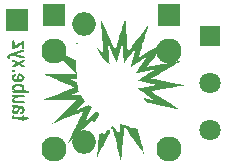
<source format=gbr>
%TF.GenerationSoftware,KiCad,Pcbnew,(6.0.2-0)*%
%TF.CreationDate,2022-07-29T18:49:05+02:00*%
%TF.ProjectId,crossfaderAttenuator,63726f73-7366-4616-9465-72417474656e,rev?*%
%TF.SameCoordinates,Original*%
%TF.FileFunction,Soldermask,Bot*%
%TF.FilePolarity,Negative*%
%FSLAX46Y46*%
G04 Gerber Fmt 4.6, Leading zero omitted, Abs format (unit mm)*
G04 Created by KiCad (PCBNEW (6.0.2-0)) date 2022-07-29 18:49:05*
%MOMM*%
%LPD*%
G01*
G04 APERTURE LIST*
%ADD10R,1.900000X1.900000*%
%ADD11R,1.930000X1.830000*%
%ADD12C,2.130000*%
%ADD13O,2.000000X2.000000*%
%ADD14R,1.800000X1.800000*%
%ADD15C,1.800000*%
G04 APERTURE END LIST*
%TO.C,G\u002A\u002A\u002A*%
G36*
X137289853Y-82115485D02*
G01*
X137189408Y-82116514D01*
X137100213Y-82115765D01*
X137026144Y-82111650D01*
X136970926Y-82101763D01*
X136921975Y-82083706D01*
X136866705Y-82055085D01*
X136779547Y-81997654D01*
X136711196Y-81923658D01*
X136669454Y-81832357D01*
X136655794Y-81759066D01*
X136662889Y-81653976D01*
X136697339Y-81557060D01*
X136754378Y-81476661D01*
X136829238Y-81421123D01*
X136917152Y-81398792D01*
X136936744Y-81398766D01*
X136989398Y-81410766D01*
X137005200Y-81442362D01*
X136984177Y-81494037D01*
X136926355Y-81566276D01*
X136886719Y-81615194D01*
X136845824Y-81698861D01*
X136844176Y-81773843D01*
X136881470Y-81837022D01*
X136957405Y-81885280D01*
X136957522Y-81885329D01*
X137020651Y-81909972D01*
X137063762Y-81918180D01*
X137090988Y-81904766D01*
X137106461Y-81864545D01*
X137114316Y-81792331D01*
X137116174Y-81745788D01*
X137284737Y-81745788D01*
X137284742Y-81754488D01*
X137286678Y-81842216D01*
X137295866Y-81893600D01*
X137317752Y-81914199D01*
X137357784Y-81909572D01*
X137421410Y-81885280D01*
X137468953Y-81859131D01*
X137519394Y-81803154D01*
X137533332Y-81738788D01*
X137509928Y-81674338D01*
X137448347Y-81618105D01*
X137441364Y-81613989D01*
X137382317Y-81587335D01*
X137332402Y-81576393D01*
X137315427Y-81577272D01*
X137298366Y-81585991D01*
X137289179Y-81611243D01*
X137285444Y-81661639D01*
X137284737Y-81745788D01*
X137116174Y-81745788D01*
X137118684Y-81682939D01*
X137124103Y-81566769D01*
X137134871Y-81480589D01*
X137154517Y-81424768D01*
X137186770Y-81393177D01*
X137235356Y-81379686D01*
X137304002Y-81378164D01*
X137307233Y-81378271D01*
X137438656Y-81398928D01*
X137547406Y-81446846D01*
X137631625Y-81516160D01*
X137689455Y-81601006D01*
X137719040Y-81695519D01*
X137718521Y-81793835D01*
X137686040Y-81890090D01*
X137619741Y-81978420D01*
X137517765Y-82052961D01*
X137465068Y-82080230D01*
X137414884Y-82099820D01*
X137360745Y-82110746D01*
X137317752Y-82113620D01*
X137289853Y-82115485D01*
G37*
G36*
X136785805Y-80193581D02*
G01*
X136838723Y-80213079D01*
X136914349Y-80249303D01*
X137019847Y-80304178D01*
X137210419Y-80404789D01*
X137415119Y-80298358D01*
X137472763Y-80268502D01*
X137544701Y-80232698D01*
X137592494Y-80213007D01*
X137624513Y-80207158D01*
X137649130Y-80212878D01*
X137674713Y-80227895D01*
X137690173Y-80238744D01*
X137722758Y-80274309D01*
X137724097Y-80311154D01*
X137692027Y-80352527D01*
X137624387Y-80401674D01*
X137519015Y-80461844D01*
X137387877Y-80531910D01*
X137547104Y-80623013D01*
X137616814Y-80664280D01*
X137680052Y-80708152D01*
X137713105Y-80744150D01*
X137720710Y-80777946D01*
X137707602Y-80815213D01*
X137704028Y-80821293D01*
X137662994Y-80851656D01*
X137597523Y-80851750D01*
X137506143Y-80821320D01*
X137387384Y-80760113D01*
X137221063Y-80664180D01*
X137012545Y-80770705D01*
X136979451Y-80787480D01*
X136878412Y-80835796D01*
X136804987Y-80864093D01*
X136752387Y-80873879D01*
X136713820Y-80866660D01*
X136682497Y-80843942D01*
X136674225Y-80835161D01*
X136654377Y-80800361D01*
X136660596Y-80765516D01*
X136696186Y-80726669D01*
X136764452Y-80679866D01*
X136868700Y-80621154D01*
X137035232Y-80532063D01*
X136853677Y-80438069D01*
X136754525Y-80382836D01*
X136687464Y-80334338D01*
X136656215Y-80292504D01*
X136658449Y-80254138D01*
X136691838Y-80216046D01*
X136719434Y-80197065D01*
X136748430Y-80188885D01*
X136785805Y-80193581D01*
G37*
G36*
X136787954Y-78589352D02*
G01*
X136828525Y-78595891D01*
X136855753Y-78618450D01*
X136872122Y-78663581D01*
X136880121Y-78737838D01*
X136882235Y-78847773D01*
X136882726Y-78905501D01*
X136885230Y-78982728D01*
X136889379Y-79035707D01*
X136894631Y-79055380D01*
X136911876Y-79046094D01*
X136959044Y-79016365D01*
X137030082Y-78969884D01*
X137119179Y-78910457D01*
X137220523Y-78841892D01*
X137297663Y-78789909D01*
X137422374Y-78710463D01*
X137519088Y-78658848D01*
X137591316Y-78636171D01*
X137642571Y-78643539D01*
X137676366Y-78682059D01*
X137696212Y-78752840D01*
X137705623Y-78856987D01*
X137708111Y-78995610D01*
X137707492Y-79077244D01*
X137702495Y-79176819D01*
X137690628Y-79243867D01*
X137669674Y-79284363D01*
X137637419Y-79304280D01*
X137591647Y-79309592D01*
X137583338Y-79309487D01*
X137552820Y-79304534D01*
X137532213Y-79286779D01*
X137518536Y-79248841D01*
X137508807Y-79183342D01*
X137500044Y-79082901D01*
X137485988Y-78900463D01*
X137168795Y-79115619D01*
X137047210Y-79196741D01*
X136944048Y-79261294D01*
X136865537Y-79303544D01*
X136806946Y-79325200D01*
X136763543Y-79327971D01*
X136730595Y-79313566D01*
X136703369Y-79283694D01*
X136692859Y-79264090D01*
X136682006Y-79223672D01*
X136675098Y-79161884D01*
X136671455Y-79071741D01*
X136670392Y-78946258D01*
X136670425Y-78921069D01*
X136672400Y-78795840D01*
X136678734Y-78706222D01*
X136691254Y-78646489D01*
X136711784Y-78610913D01*
X136742152Y-78593767D01*
X136784182Y-78589325D01*
X136787954Y-78589352D01*
G37*
G36*
X136839636Y-84874849D02*
G01*
X136869045Y-84915774D01*
X136869688Y-84976645D01*
X136865122Y-85017124D01*
X136884664Y-85052492D01*
X136888931Y-85054314D01*
X136929467Y-85060923D01*
X137001419Y-85066317D01*
X137096067Y-85069982D01*
X137204690Y-85071402D01*
X137495369Y-85071727D01*
X137513209Y-85002878D01*
X137526495Y-84963253D01*
X137552502Y-84939237D01*
X137603848Y-84934029D01*
X137645333Y-84936749D01*
X137677145Y-84955419D01*
X137696916Y-85002878D01*
X137699702Y-85012251D01*
X137713020Y-85046269D01*
X137734122Y-85063966D01*
X137774536Y-85070675D01*
X137845789Y-85071727D01*
X137900191Y-85073772D01*
X137993284Y-85092487D01*
X138049628Y-85130468D01*
X138068557Y-85187369D01*
X138061648Y-85215585D01*
X138019087Y-85252795D01*
X137939555Y-85275736D01*
X137825176Y-85283570D01*
X137795261Y-85283865D01*
X137741089Y-85289080D01*
X137710791Y-85304888D01*
X137691094Y-85336531D01*
X137689743Y-85339382D01*
X137650623Y-85380296D01*
X137598550Y-85390451D01*
X137547746Y-85370941D01*
X137512436Y-85322851D01*
X137503610Y-85310481D01*
X137482099Y-85300405D01*
X137442289Y-85293076D01*
X137378163Y-85287786D01*
X137283703Y-85283824D01*
X137152892Y-85280482D01*
X137061838Y-85278081D01*
X136934012Y-85271914D01*
X136839119Y-85261820D01*
X136771191Y-85246187D01*
X136724259Y-85223403D01*
X136692356Y-85191855D01*
X136669511Y-85149933D01*
X136659413Y-85112746D01*
X136657837Y-85035353D01*
X136673517Y-84957830D01*
X136703656Y-84900608D01*
X136737988Y-84872750D01*
X136792327Y-84858849D01*
X136839636Y-84874849D01*
G37*
G36*
X136931195Y-83013747D02*
G01*
X136846219Y-83010766D01*
X136784764Y-83006433D01*
X136742190Y-83000521D01*
X136713857Y-82992804D01*
X136695125Y-82983054D01*
X136680442Y-82971454D01*
X136655173Y-82928739D01*
X136671247Y-82885698D01*
X136728003Y-82845104D01*
X136796081Y-82811059D01*
X136743472Y-82761636D01*
X136739617Y-82757867D01*
X136697582Y-82700549D01*
X136667302Y-82633572D01*
X136667234Y-82633285D01*
X136865120Y-82633285D01*
X136882485Y-82692678D01*
X136897628Y-82719399D01*
X136958505Y-82768064D01*
X137052812Y-82798737D01*
X137176417Y-82809772D01*
X137300314Y-82800780D01*
X137402975Y-82771739D01*
X137474097Y-82724643D01*
X137510638Y-82661549D01*
X137509554Y-82584517D01*
X137498196Y-82557490D01*
X137448530Y-82508780D01*
X137372157Y-82473532D01*
X137278542Y-82452626D01*
X137177153Y-82446937D01*
X137077455Y-82457343D01*
X136988915Y-82484723D01*
X136920999Y-82529953D01*
X136912927Y-82538140D01*
X136873881Y-82587628D01*
X136865120Y-82633285D01*
X136667234Y-82633285D01*
X136656377Y-82587603D01*
X136658803Y-82535571D01*
X136683547Y-82473700D01*
X136737718Y-82396455D01*
X136832654Y-82322684D01*
X136954284Y-82272937D01*
X137017807Y-82260518D01*
X137132730Y-82251365D01*
X137258184Y-82252606D01*
X137376873Y-82263847D01*
X137471502Y-82284695D01*
X137571756Y-82332019D01*
X137652819Y-82403324D01*
X137701331Y-82488709D01*
X137715209Y-82581873D01*
X137692371Y-82676516D01*
X137630732Y-82766337D01*
X137573391Y-82826189D01*
X137795076Y-82826189D01*
X137884008Y-82827257D01*
X137970201Y-82832432D01*
X138027597Y-82842756D01*
X138063843Y-82859166D01*
X138069820Y-82863592D01*
X138104782Y-82909492D01*
X138105009Y-82957362D01*
X138069950Y-82994918D01*
X138050014Y-82999758D01*
X137987486Y-83005682D01*
X137887164Y-83010438D01*
X137751722Y-83013942D01*
X137583834Y-83016107D01*
X137386173Y-83016848D01*
X137373656Y-83016847D01*
X137190273Y-83016560D01*
X137176417Y-83016469D01*
X137044333Y-83015602D01*
X136931195Y-83013747D01*
G37*
G36*
X137267315Y-83207546D02*
G01*
X137399843Y-83208076D01*
X137498526Y-83209617D01*
X137569163Y-83212668D01*
X137617553Y-83217723D01*
X137649497Y-83225279D01*
X137670792Y-83235831D01*
X137687239Y-83249875D01*
X137721715Y-83291408D01*
X137724006Y-83324409D01*
X137692535Y-83360289D01*
X137674422Y-83370872D01*
X137632128Y-83382447D01*
X137564099Y-83391689D01*
X137464790Y-83399294D01*
X137328659Y-83405957D01*
X137276002Y-83408243D01*
X137147703Y-83415731D01*
X137053082Y-83425758D01*
X136985661Y-83440063D01*
X136938960Y-83460390D01*
X136906502Y-83488479D01*
X136881807Y-83526071D01*
X136868608Y-83570318D01*
X136882490Y-83631021D01*
X136931334Y-83677500D01*
X136932906Y-83678292D01*
X136975839Y-83688780D01*
X137053522Y-83698039D01*
X137158854Y-83705413D01*
X137284737Y-83710242D01*
X137409473Y-83713666D01*
X137515743Y-83717943D01*
X137591281Y-83723651D01*
X137642256Y-83731826D01*
X137674838Y-83743501D01*
X137695197Y-83759713D01*
X137709500Y-83781496D01*
X137712724Y-83787790D01*
X137720171Y-83827415D01*
X137694848Y-83867517D01*
X137691904Y-83870704D01*
X137676048Y-83884373D01*
X137654203Y-83894226D01*
X137620307Y-83900737D01*
X137568300Y-83904378D01*
X137492119Y-83905625D01*
X137385704Y-83904950D01*
X137242993Y-83902827D01*
X137136346Y-83900751D01*
X137000480Y-83896094D01*
X136897626Y-83888347D01*
X136822075Y-83875953D01*
X136768119Y-83857352D01*
X136730049Y-83830984D01*
X136702157Y-83795292D01*
X136678734Y-83748715D01*
X136661816Y-83677221D01*
X136671907Y-83584302D01*
X136711497Y-83498937D01*
X136776023Y-83435799D01*
X136800050Y-83417687D01*
X136793533Y-83404584D01*
X136750947Y-83388347D01*
X136697804Y-83361707D01*
X136661831Y-83327989D01*
X136654706Y-83314215D01*
X136655424Y-83283402D01*
X136688627Y-83248548D01*
X136694367Y-83244012D01*
X136714891Y-83231444D01*
X136742442Y-83222128D01*
X136782910Y-83215583D01*
X136842186Y-83211329D01*
X136926158Y-83208885D01*
X137040718Y-83207771D01*
X137191754Y-83207507D01*
X137267315Y-83207546D01*
G37*
G36*
X136881137Y-81066212D02*
G01*
X136927509Y-81100525D01*
X136945788Y-81148947D01*
X136945654Y-81153831D01*
X136924772Y-81205818D01*
X136876751Y-81241267D01*
X136813763Y-81256956D01*
X136747981Y-81249667D01*
X136691576Y-81216180D01*
X136688806Y-81213399D01*
X136656389Y-81173989D01*
X136654666Y-81140423D01*
X136682185Y-81093788D01*
X136700465Y-81074494D01*
X136754915Y-81050539D01*
X136819373Y-81048664D01*
X136881137Y-81066212D01*
G37*
G36*
X136832068Y-84807827D02*
G01*
X136766493Y-84768800D01*
X136707117Y-84715603D01*
X136669732Y-84660360D01*
X136659863Y-84629421D01*
X136651015Y-84573895D01*
X136651003Y-84573000D01*
X136662111Y-84516132D01*
X136677109Y-84478206D01*
X136842578Y-84478206D01*
X136848393Y-84543858D01*
X136886949Y-84593878D01*
X136924866Y-84616025D01*
X136987027Y-84627641D01*
X137041639Y-84600853D01*
X137090655Y-84534349D01*
X137136028Y-84426821D01*
X137178324Y-84303885D01*
X137058467Y-84313825D01*
X137054763Y-84314137D01*
X136978737Y-84324899D01*
X136928761Y-84345172D01*
X136889238Y-84381162D01*
X136869386Y-84408033D01*
X136842578Y-84478206D01*
X136677109Y-84478206D01*
X136690386Y-84444634D01*
X136727215Y-84376977D01*
X136763984Y-84331633D01*
X136776438Y-84320426D01*
X136784934Y-84301098D01*
X136768770Y-84276514D01*
X136723546Y-84236304D01*
X136701234Y-84215899D01*
X136663616Y-84162943D01*
X136663754Y-84119614D01*
X136702180Y-84089583D01*
X136729019Y-84087088D01*
X136791776Y-84086458D01*
X136882726Y-84087787D01*
X136994608Y-84090968D01*
X137120161Y-84095890D01*
X137266416Y-84103545D01*
X137406565Y-84115420D01*
X137513418Y-84132416D01*
X137591914Y-84156818D01*
X137646990Y-84190914D01*
X137683582Y-84236992D01*
X137706629Y-84297338D01*
X137721067Y-84374239D01*
X137724319Y-84471507D01*
X137700875Y-84584680D01*
X137650485Y-84679879D01*
X137577305Y-84749822D01*
X137485485Y-84787230D01*
X137436609Y-84793585D01*
X137397507Y-84784729D01*
X137363854Y-84752282D01*
X137354227Y-84740310D01*
X137336057Y-84710645D01*
X137344692Y-84687698D01*
X137383433Y-84655080D01*
X137439675Y-84609502D01*
X137491284Y-84565238D01*
X137495023Y-84561766D01*
X137532305Y-84501477D01*
X137536395Y-84434562D01*
X137511687Y-84372524D01*
X137462574Y-84326867D01*
X137393450Y-84309091D01*
X137390503Y-84309100D01*
X137357752Y-84312925D01*
X137335661Y-84330067D01*
X137317396Y-84369824D01*
X137296122Y-84441493D01*
X137289738Y-84464287D01*
X137246061Y-84599269D01*
X137199561Y-84697556D01*
X137144898Y-84763997D01*
X137076736Y-84803438D01*
X136989737Y-84820726D01*
X136987027Y-84820726D01*
X136878564Y-84820709D01*
X136832068Y-84807827D01*
G37*
G36*
X137612685Y-79394717D02*
G01*
X137666979Y-79410425D01*
X137711285Y-79441463D01*
X137729608Y-79477296D01*
X137728733Y-79484569D01*
X137709993Y-79511060D01*
X137664091Y-79539016D01*
X137587395Y-79569969D01*
X137476277Y-79605449D01*
X137327106Y-79646986D01*
X137255957Y-79665938D01*
X137151050Y-79693961D01*
X137064785Y-79717103D01*
X137004599Y-79733368D01*
X136977928Y-79740757D01*
X136977307Y-79742985D01*
X137001695Y-79754287D01*
X137055764Y-79771929D01*
X137131514Y-79793179D01*
X137131535Y-79793185D01*
X137242712Y-79822517D01*
X137366526Y-79855179D01*
X137476174Y-79884099D01*
X137551827Y-79905470D01*
X137643473Y-79938696D01*
X137698275Y-79971808D01*
X137719555Y-80007113D01*
X137710632Y-80046916D01*
X137698731Y-80066120D01*
X137675521Y-80088165D01*
X137642247Y-80100072D01*
X137593875Y-80101326D01*
X137525376Y-80091413D01*
X137431718Y-80069821D01*
X137307869Y-80036034D01*
X137148799Y-79989540D01*
X137105889Y-79976845D01*
X136977905Y-79939721D01*
X136863864Y-79907712D01*
X136770415Y-79882619D01*
X136704207Y-79866243D01*
X136671889Y-79860384D01*
X136665547Y-79860704D01*
X136614638Y-79872519D01*
X136554597Y-79896084D01*
X136509251Y-79921730D01*
X136485162Y-79954734D01*
X136479733Y-80008361D01*
X136479608Y-80016072D01*
X136471406Y-80073241D01*
X136454312Y-80110359D01*
X136404940Y-80134047D01*
X136347808Y-80126152D01*
X136300867Y-80088698D01*
X136281304Y-80048574D01*
X136268358Y-79966569D01*
X136278402Y-79881097D01*
X136310740Y-79811622D01*
X136335682Y-79787687D01*
X136396505Y-79747776D01*
X136468542Y-79714137D01*
X136536074Y-79690737D01*
X136631658Y-79660258D01*
X136747841Y-79624862D01*
X136877829Y-79586461D01*
X137014828Y-79546971D01*
X137152047Y-79508305D01*
X137282690Y-79472378D01*
X137399965Y-79441102D01*
X137497078Y-79416393D01*
X137567237Y-79400164D01*
X137603647Y-79394329D01*
X137612685Y-79394717D01*
G37*
G36*
X145879908Y-85630150D02*
G01*
X145926014Y-85643706D01*
X145995504Y-85668753D01*
X146093691Y-85706718D01*
X146225888Y-85759027D01*
X146611575Y-85912199D01*
X146749861Y-86122655D01*
X146751964Y-86125853D01*
X146804923Y-86204693D01*
X146848210Y-86266013D01*
X146877414Y-86303771D01*
X146888123Y-86311927D01*
X146887924Y-86309118D01*
X146881041Y-86273191D01*
X146866320Y-86210223D01*
X146846455Y-86131860D01*
X146841787Y-86114017D01*
X146822926Y-86041236D01*
X146809601Y-85988681D01*
X146804450Y-85966722D01*
X146805516Y-85964996D01*
X146831966Y-85965640D01*
X146886952Y-85976578D01*
X146961181Y-85995131D01*
X147045360Y-86018620D01*
X147130197Y-86044365D01*
X147206397Y-86069687D01*
X147264667Y-86091908D01*
X147295714Y-86108348D01*
X147297199Y-86111094D01*
X147308618Y-86145183D01*
X147329084Y-86214064D01*
X147357327Y-86313009D01*
X147392079Y-86437290D01*
X147432073Y-86582181D01*
X147476038Y-86742953D01*
X147522707Y-86914879D01*
X147570810Y-87093232D01*
X147619081Y-87273285D01*
X147666249Y-87450310D01*
X147711047Y-87619579D01*
X147752205Y-87776365D01*
X147788456Y-87915940D01*
X147818531Y-88033578D01*
X147841161Y-88124550D01*
X147855078Y-88184130D01*
X147859013Y-88207590D01*
X147854611Y-88203744D01*
X147828943Y-88171302D01*
X147782134Y-88108463D01*
X147716174Y-88018003D01*
X147633055Y-87902701D01*
X147534768Y-87765334D01*
X147423304Y-87608679D01*
X147300654Y-87435515D01*
X147168810Y-87248618D01*
X147029761Y-87050766D01*
X146952343Y-86940495D01*
X146816614Y-86747596D01*
X146689015Y-86566800D01*
X146571565Y-86400933D01*
X146466282Y-86252825D01*
X146375183Y-86125304D01*
X146300284Y-86021197D01*
X146243604Y-85943333D01*
X146207160Y-85894541D01*
X146192970Y-85877648D01*
X146191792Y-85880518D01*
X146186000Y-85915771D01*
X146176693Y-85988402D01*
X146164246Y-86094909D01*
X146149040Y-86231793D01*
X146131451Y-86395552D01*
X146111858Y-86582687D01*
X146090639Y-86789695D01*
X146068172Y-87013078D01*
X146044835Y-87249333D01*
X146037476Y-87324450D01*
X146014279Y-87560470D01*
X145992151Y-87784542D01*
X145971471Y-87992887D01*
X145952617Y-88181730D01*
X145935970Y-88347291D01*
X145921908Y-88485793D01*
X145910811Y-88593458D01*
X145903059Y-88666509D01*
X145899031Y-88701169D01*
X145896587Y-88717241D01*
X145888076Y-88760794D01*
X145881836Y-88775314D01*
X145875571Y-88754938D01*
X145859410Y-88695304D01*
X145833906Y-88598393D01*
X145799558Y-88466149D01*
X145756863Y-88300516D01*
X145706322Y-88103438D01*
X145648431Y-87876859D01*
X145583691Y-87622725D01*
X145512599Y-87342979D01*
X145435653Y-87039566D01*
X145353354Y-86714429D01*
X145316934Y-86570696D01*
X145276479Y-86411713D01*
X145240031Y-86269207D01*
X145208860Y-86148100D01*
X145184232Y-86053312D01*
X145167415Y-85989767D01*
X145159676Y-85962386D01*
X145152690Y-85954828D01*
X145130668Y-85972982D01*
X145096354Y-86031650D01*
X145078317Y-86065835D01*
X145051727Y-86106480D01*
X145029288Y-86118932D01*
X145002595Y-86110235D01*
X144992184Y-86104327D01*
X144978095Y-86089887D01*
X144980556Y-86067420D01*
X145002155Y-86028036D01*
X145045477Y-85962843D01*
X145047833Y-85959381D01*
X145092494Y-85896188D01*
X145129486Y-85848042D01*
X145151008Y-85825121D01*
X145155844Y-85822690D01*
X145196496Y-85828012D01*
X145249998Y-85867411D01*
X145313325Y-85936528D01*
X145383454Y-86031003D01*
X145457360Y-86146478D01*
X145532019Y-86278594D01*
X145604406Y-86422991D01*
X145671497Y-86575311D01*
X145718652Y-86690404D01*
X145731224Y-86607087D01*
X145731318Y-86606463D01*
X145737068Y-86558492D01*
X145745390Y-86476699D01*
X145755508Y-86369314D01*
X145766647Y-86244563D01*
X145778030Y-86110676D01*
X145778863Y-86100664D01*
X145790217Y-85970640D01*
X145801405Y-85853359D01*
X145811654Y-85756195D01*
X145820187Y-85686523D01*
X145826232Y-85651719D01*
X145828753Y-85644163D01*
X145836591Y-85631805D01*
X145851871Y-85626659D01*
X145879908Y-85630150D01*
G37*
G36*
X140150427Y-79412259D02*
G01*
X140209617Y-79436209D01*
X140297988Y-79473552D01*
X140411006Y-79522262D01*
X140544140Y-79580311D01*
X140692858Y-79645673D01*
X140852628Y-79716320D01*
X141018917Y-79790225D01*
X141187193Y-79865361D01*
X141352924Y-79939700D01*
X141511577Y-80011216D01*
X141658622Y-80077881D01*
X141789525Y-80137668D01*
X141899754Y-80188549D01*
X141984777Y-80228498D01*
X142040062Y-80255488D01*
X142061078Y-80267491D01*
X142074171Y-80302735D01*
X142085704Y-80363439D01*
X142093130Y-80434184D01*
X142095576Y-80502038D01*
X142092167Y-80554072D01*
X142082029Y-80577356D01*
X142068140Y-80589241D01*
X142083224Y-80617249D01*
X142085440Y-80620547D01*
X142096748Y-80661643D01*
X142105992Y-80741657D01*
X142113271Y-80861725D01*
X142118684Y-81022987D01*
X142127951Y-81397164D01*
X141410181Y-80694252D01*
X141174289Y-80462971D01*
X140952899Y-80245260D01*
X140760257Y-80055038D01*
X140595428Y-79891356D01*
X140457473Y-79753265D01*
X140345455Y-79639815D01*
X140258438Y-79550056D01*
X140195482Y-79483038D01*
X140155652Y-79437811D01*
X140138010Y-79413426D01*
X140141618Y-79408933D01*
X140150427Y-79412259D01*
G37*
G36*
X139622602Y-81419814D02*
G01*
X139638078Y-81420327D01*
X139754315Y-81423882D01*
X139899945Y-81427944D01*
X140069451Y-81432388D01*
X140257311Y-81437091D01*
X140458009Y-81441931D01*
X140666023Y-81446783D01*
X140875836Y-81451526D01*
X141081928Y-81456036D01*
X141278780Y-81460190D01*
X141460873Y-81463865D01*
X141622688Y-81466938D01*
X141758706Y-81469285D01*
X141863407Y-81470783D01*
X141931273Y-81471310D01*
X142122352Y-81471310D01*
X142122352Y-81871723D01*
X141862844Y-81860835D01*
X141818604Y-81858980D01*
X141726958Y-81855849D01*
X141669067Y-81856904D01*
X141645733Y-81864371D01*
X141657757Y-81880478D01*
X141705942Y-81907450D01*
X141791088Y-81947514D01*
X141913999Y-82002896D01*
X141920101Y-82005638D01*
X142012459Y-82047742D01*
X142089993Y-82084157D01*
X142144729Y-82111069D01*
X142168689Y-82124664D01*
X142175169Y-82143537D01*
X142185360Y-82197321D01*
X142196824Y-82276419D01*
X142208095Y-82371643D01*
X142215587Y-82434914D01*
X142233112Y-82555920D01*
X142253311Y-82671128D01*
X142273149Y-82762321D01*
X142277144Y-82778382D01*
X142292829Y-82852690D01*
X142300063Y-82908274D01*
X142297295Y-82934113D01*
X142283408Y-82941617D01*
X142235144Y-82963529D01*
X142159390Y-82996153D01*
X142063012Y-83036543D01*
X141952877Y-83081758D01*
X141872796Y-83114603D01*
X141771126Y-83157205D01*
X141687848Y-83193163D01*
X141629944Y-83219448D01*
X141604395Y-83233027D01*
X141606432Y-83235605D01*
X141639369Y-83240472D01*
X141706187Y-83244649D01*
X141801199Y-83247912D01*
X141918715Y-83250035D01*
X142053047Y-83250793D01*
X142521823Y-83250793D01*
X142622227Y-83383195D01*
X142623445Y-83384800D01*
X142682503Y-83462061D01*
X142741152Y-83537822D01*
X142786864Y-83595902D01*
X142851098Y-83676206D01*
X141984654Y-84544828D01*
X142143536Y-84477687D01*
X142157971Y-84471574D01*
X142234615Y-84438908D01*
X142339353Y-84394053D01*
X142463642Y-84340678D01*
X142598938Y-84282450D01*
X142736697Y-84223037D01*
X143170976Y-84035527D01*
X143285624Y-84149949D01*
X143400273Y-84264370D01*
X143100966Y-84917423D01*
X142801660Y-85570476D01*
X143768102Y-84591482D01*
X143831515Y-84625516D01*
X143925978Y-84685044D01*
X143987026Y-84745440D01*
X144007756Y-84802220D01*
X144004773Y-84820127D01*
X143985387Y-84876907D01*
X143951573Y-84957354D01*
X143907555Y-85052940D01*
X143857555Y-85155139D01*
X143805797Y-85255423D01*
X143756504Y-85345267D01*
X143713899Y-85416143D01*
X143682205Y-85459525D01*
X143633500Y-85499115D01*
X143560955Y-85517515D01*
X143493448Y-85517515D01*
X143505126Y-85388726D01*
X143516805Y-85259936D01*
X143375352Y-85394022D01*
X143347920Y-85420037D01*
X143314826Y-85451457D01*
X143276297Y-85488076D01*
X143230230Y-85531897D01*
X143174523Y-85584923D01*
X143107074Y-85649158D01*
X143025780Y-85726605D01*
X142928538Y-85819267D01*
X142813247Y-85929147D01*
X142677803Y-86058249D01*
X142520106Y-86208574D01*
X142338051Y-86382128D01*
X142129537Y-86580913D01*
X141892461Y-86806931D01*
X141819583Y-86876228D01*
X141705177Y-86984226D01*
X141602933Y-87079781D01*
X141516527Y-87159509D01*
X141449637Y-87220028D01*
X141405941Y-87257954D01*
X141389116Y-87269906D01*
X141392870Y-87259153D01*
X141413244Y-87213729D01*
X141449901Y-87135621D01*
X141501356Y-87027892D01*
X141566128Y-86893601D01*
X141642733Y-86735808D01*
X141729690Y-86557575D01*
X141825515Y-86361961D01*
X141928726Y-86152027D01*
X142037840Y-85930835D01*
X142117234Y-85770024D01*
X142222312Y-85556771D01*
X142320486Y-85357055D01*
X142410267Y-85173927D01*
X142490165Y-85010442D01*
X142558692Y-84869653D01*
X142614361Y-84754614D01*
X142655681Y-84668377D01*
X142681165Y-84613995D01*
X142689324Y-84594523D01*
X142687703Y-84594791D01*
X142657794Y-84605403D01*
X142592787Y-84630221D01*
X142496000Y-84667930D01*
X142370752Y-84717218D01*
X142220359Y-84776773D01*
X142048141Y-84845280D01*
X141857415Y-84921428D01*
X141651499Y-85003903D01*
X141433710Y-85091392D01*
X141391853Y-85108229D01*
X141172419Y-85196459D01*
X140963144Y-85280536D01*
X140767670Y-85359003D01*
X140589640Y-85430399D01*
X140432698Y-85493265D01*
X140300485Y-85546142D01*
X140196646Y-85587571D01*
X140124822Y-85616091D01*
X140088657Y-85630243D01*
X139993328Y-85666337D01*
X140090148Y-85576038D01*
X140093906Y-85572534D01*
X140131757Y-85537296D01*
X140197144Y-85476462D01*
X140287119Y-85392773D01*
X140398734Y-85288971D01*
X140529042Y-85167797D01*
X140675092Y-85031994D01*
X140833939Y-84884302D01*
X141002632Y-84727464D01*
X141178224Y-84564221D01*
X142169480Y-83642703D01*
X140837784Y-83627719D01*
X140806399Y-83627364D01*
X140570582Y-83624612D01*
X140345404Y-83621833D01*
X140134830Y-83619085D01*
X139942825Y-83616427D01*
X139773357Y-83613918D01*
X139630391Y-83611616D01*
X139517894Y-83609579D01*
X139439830Y-83607866D01*
X139400167Y-83606534D01*
X139391529Y-83605914D01*
X139375688Y-83603344D01*
X139369193Y-83598412D01*
X139374563Y-83590051D01*
X139394316Y-83577193D01*
X139430968Y-83558770D01*
X139487037Y-83533714D01*
X139565042Y-83500958D01*
X139667498Y-83459432D01*
X139796925Y-83408071D01*
X139955839Y-83345806D01*
X140146758Y-83271568D01*
X140372200Y-83184291D01*
X140634681Y-83082906D01*
X140766068Y-83032079D01*
X140985111Y-82946835D01*
X141189908Y-82866505D01*
X141377294Y-82792363D01*
X141544101Y-82725689D01*
X141687164Y-82667757D01*
X141803315Y-82619846D01*
X141889390Y-82583232D01*
X141942221Y-82559191D01*
X141958643Y-82549002D01*
X141954807Y-82546753D01*
X141919074Y-82530030D01*
X141848828Y-82498802D01*
X141747358Y-82454487D01*
X141617953Y-82398500D01*
X141463905Y-82332256D01*
X141288502Y-82257173D01*
X141095034Y-82174666D01*
X140886791Y-82086152D01*
X140667064Y-81993046D01*
X140586648Y-81959012D01*
X140369752Y-81867097D01*
X140164983Y-81780153D01*
X139975705Y-81699619D01*
X139805282Y-81626931D01*
X139657076Y-81563529D01*
X139534451Y-81510850D01*
X139440770Y-81470331D01*
X139379397Y-81443412D01*
X139353695Y-81431530D01*
X139348610Y-81426951D01*
X139362223Y-81419978D01*
X139410810Y-81416534D01*
X139496795Y-81416515D01*
X139622602Y-81419814D01*
G37*
G36*
X147583373Y-79386908D02*
G01*
X147531279Y-79561359D01*
X147486605Y-79712068D01*
X147450348Y-79835681D01*
X147423503Y-79928843D01*
X147407068Y-79988201D01*
X147402039Y-80010399D01*
X147407847Y-80008512D01*
X147444776Y-79988828D01*
X147513207Y-79949643D01*
X147610183Y-79892727D01*
X147732749Y-79819848D01*
X147877946Y-79732776D01*
X148042820Y-79633279D01*
X148224414Y-79523128D01*
X148419773Y-79404091D01*
X148625938Y-79277938D01*
X148738578Y-79208917D01*
X148939372Y-79086107D01*
X149127773Y-78971167D01*
X149300821Y-78865888D01*
X149455552Y-78772061D01*
X149589004Y-78691477D01*
X149698216Y-78625927D01*
X149780226Y-78577201D01*
X149832071Y-78547091D01*
X149850789Y-78537387D01*
X149847445Y-78543091D01*
X149822249Y-78577792D01*
X149774198Y-78641585D01*
X149705398Y-78731737D01*
X149617957Y-78845516D01*
X149513982Y-78980190D01*
X149395580Y-79133026D01*
X149264859Y-79301291D01*
X149123925Y-79482254D01*
X148974886Y-79673181D01*
X148890206Y-79781695D01*
X148745984Y-79967254D01*
X148611405Y-80141345D01*
X148488539Y-80301237D01*
X148379455Y-80444202D01*
X148286222Y-80567512D01*
X148210909Y-80668438D01*
X148155585Y-80744250D01*
X148122319Y-80792221D01*
X148113180Y-80809620D01*
X148118070Y-80809503D01*
X148157931Y-80804164D01*
X148234545Y-80792127D01*
X148344401Y-80773995D01*
X148483986Y-80750369D01*
X148649788Y-80721853D01*
X148838295Y-80689047D01*
X149045996Y-80652556D01*
X149269377Y-80612980D01*
X149504928Y-80570923D01*
X149602109Y-80553530D01*
X149833045Y-80512400D01*
X150050333Y-80473979D01*
X150250470Y-80438871D01*
X150429948Y-80407679D01*
X150585262Y-80381008D01*
X150712907Y-80359460D01*
X150809376Y-80343639D01*
X150871164Y-80334150D01*
X150894765Y-80331596D01*
X150891083Y-80335458D01*
X150857698Y-80358229D01*
X150792376Y-80399821D01*
X150698029Y-80458458D01*
X150577570Y-80532365D01*
X150433910Y-80619767D01*
X150269963Y-80718888D01*
X150088641Y-80827952D01*
X149892857Y-80945184D01*
X149685522Y-81068808D01*
X149572140Y-81136317D01*
X149369836Y-81257002D01*
X149180200Y-81370421D01*
X149006204Y-81474781D01*
X148850820Y-81568289D01*
X148717018Y-81649150D01*
X148607772Y-81715571D01*
X148526051Y-81765758D01*
X148474828Y-81797919D01*
X148457074Y-81810259D01*
X148462375Y-81812231D01*
X148502439Y-81821875D01*
X148578955Y-81838583D01*
X148688522Y-81861662D01*
X148827740Y-81890414D01*
X148993207Y-81924146D01*
X149181522Y-81962161D01*
X149389286Y-82003764D01*
X149613098Y-82048261D01*
X149849555Y-82094956D01*
X149968809Y-82118461D01*
X150200099Y-82164249D01*
X150417412Y-82207528D01*
X150617297Y-82247598D01*
X150796304Y-82283756D01*
X150950983Y-82315300D01*
X151077882Y-82341529D01*
X151173550Y-82361741D01*
X151234537Y-82375234D01*
X151257393Y-82381306D01*
X151253686Y-82383171D01*
X151216624Y-82391759D01*
X151142794Y-82406284D01*
X151035575Y-82426150D01*
X150898348Y-82450762D01*
X150734493Y-82479523D01*
X150547392Y-82511837D01*
X150340424Y-82547108D01*
X150116971Y-82584740D01*
X149880412Y-82624136D01*
X149768968Y-82642622D01*
X149536266Y-82681402D01*
X149317282Y-82718138D01*
X149115527Y-82752225D01*
X148934512Y-82783063D01*
X148777749Y-82810047D01*
X148648749Y-82832575D01*
X148551023Y-82850044D01*
X148488082Y-82861851D01*
X148463439Y-82867394D01*
X148468331Y-82875507D01*
X148503290Y-82904167D01*
X148567322Y-82950653D01*
X148656490Y-83012257D01*
X148766853Y-83086272D01*
X148894475Y-83169988D01*
X149035416Y-83260697D01*
X149050244Y-83270155D01*
X149230557Y-83385175D01*
X149434210Y-83515106D01*
X149649866Y-83652711D01*
X149866184Y-83790756D01*
X150071826Y-83922004D01*
X150255454Y-84039221D01*
X150383246Y-84121069D01*
X150516366Y-84206951D01*
X150633156Y-84282964D01*
X150729725Y-84346544D01*
X150802184Y-84395130D01*
X150846642Y-84426155D01*
X150859208Y-84437058D01*
X150851245Y-84435701D01*
X150807003Y-84426932D01*
X150727829Y-84410777D01*
X150617901Y-84388110D01*
X150481397Y-84359809D01*
X150322495Y-84326751D01*
X150145373Y-84289811D01*
X149954209Y-84249867D01*
X149753180Y-84207794D01*
X149546466Y-84164470D01*
X149338243Y-84120770D01*
X149132691Y-84077571D01*
X148933986Y-84035751D01*
X148746306Y-83996184D01*
X148573831Y-83959749D01*
X148420737Y-83927320D01*
X148291203Y-83899775D01*
X148189406Y-83877991D01*
X148119525Y-83862843D01*
X148085738Y-83855209D01*
X148084129Y-83854731D01*
X148051734Y-83829914D01*
X148008735Y-83778841D01*
X147963946Y-83711885D01*
X147919444Y-83638203D01*
X147874600Y-83565183D01*
X147841373Y-83512381D01*
X147798223Y-83445612D01*
X147889020Y-83465894D01*
X147924418Y-83473850D01*
X148000591Y-83491066D01*
X148102378Y-83514131D01*
X148220878Y-83541026D01*
X148347189Y-83569735D01*
X148452927Y-83593669D01*
X148559362Y-83617494D01*
X148645039Y-83636378D01*
X148703112Y-83648815D01*
X148726733Y-83653295D01*
X148724430Y-83650892D01*
X148695577Y-83629387D01*
X148636922Y-83587617D01*
X148552044Y-83528076D01*
X148444518Y-83453256D01*
X148317922Y-83365650D01*
X148175833Y-83267752D01*
X148021827Y-83162053D01*
X147883602Y-83067236D01*
X147730505Y-82961702D01*
X147607590Y-82876089D01*
X147512048Y-82808253D01*
X147441069Y-82756054D01*
X147391845Y-82717350D01*
X147361564Y-82689997D01*
X147347419Y-82671854D01*
X147346599Y-82660779D01*
X147356295Y-82654630D01*
X147368384Y-82651586D01*
X147420713Y-82640667D01*
X147506511Y-82624005D01*
X147620316Y-82602620D01*
X147756665Y-82577533D01*
X147910096Y-82549764D01*
X148075146Y-82520334D01*
X148150443Y-82506987D01*
X148316416Y-82477431D01*
X148471444Y-82449647D01*
X148609369Y-82424748D01*
X148724035Y-82403848D01*
X148809286Y-82388061D01*
X148858966Y-82378502D01*
X148975479Y-82354785D01*
X148151553Y-82178348D01*
X148092698Y-82165730D01*
X147915904Y-82127647D01*
X147753844Y-82092471D01*
X147610971Y-82061188D01*
X147491734Y-82034779D01*
X147400586Y-82014230D01*
X147341978Y-82000524D01*
X147320361Y-81994645D01*
X147323446Y-81991447D01*
X147354510Y-81969019D01*
X147415892Y-81927341D01*
X147503917Y-81868831D01*
X147614911Y-81795909D01*
X147745199Y-81710996D01*
X147891106Y-81616511D01*
X148048958Y-81514873D01*
X148130489Y-81462384D01*
X148279719Y-81365552D01*
X148413477Y-81277762D01*
X148528383Y-81201297D01*
X148621055Y-81138435D01*
X148688113Y-81091457D01*
X148726175Y-81062645D01*
X148731860Y-81054278D01*
X148719511Y-81057002D01*
X148651848Y-81071108D01*
X148555167Y-81090452D01*
X148434899Y-81114013D01*
X148296476Y-81140770D01*
X148145331Y-81169702D01*
X147986896Y-81199786D01*
X147826603Y-81230003D01*
X147669883Y-81259329D01*
X147522170Y-81286746D01*
X147388895Y-81311230D01*
X147275491Y-81331761D01*
X147187389Y-81347317D01*
X147130022Y-81356877D01*
X147108822Y-81359420D01*
X147110745Y-81354897D01*
X147132025Y-81321870D01*
X147174584Y-81259970D01*
X147235862Y-81172801D01*
X147313299Y-81063971D01*
X147404335Y-80937084D01*
X147506412Y-80795746D01*
X147616969Y-80643564D01*
X147669852Y-80570906D01*
X147776864Y-80423435D01*
X147874302Y-80288567D01*
X147959591Y-80169901D01*
X148030159Y-80071037D01*
X148083432Y-79995572D01*
X148116836Y-79947105D01*
X148127799Y-79929235D01*
X148125322Y-79930134D01*
X148095823Y-79947554D01*
X148036080Y-79985095D01*
X147949867Y-80040319D01*
X147840954Y-80110788D01*
X147713116Y-80194066D01*
X147570124Y-80287713D01*
X147415751Y-80389294D01*
X147360505Y-80425659D01*
X147209747Y-80524152D01*
X147071611Y-80613330D01*
X146949867Y-80690830D01*
X146848287Y-80754286D01*
X146770642Y-80801332D01*
X146720705Y-80829604D01*
X146702247Y-80836736D01*
X146702588Y-80831856D01*
X146711121Y-80792990D01*
X146729681Y-80719557D01*
X146757082Y-80615958D01*
X146792136Y-80486591D01*
X146833655Y-80335858D01*
X146880452Y-80168159D01*
X146931339Y-79987892D01*
X146952531Y-79913064D01*
X147001712Y-79738019D01*
X147046214Y-79577696D01*
X147084869Y-79436428D01*
X147116508Y-79318548D01*
X147139962Y-79228392D01*
X147154064Y-79170291D01*
X147157644Y-79148581D01*
X147157097Y-79148799D01*
X147140262Y-79169087D01*
X147102533Y-79218843D01*
X147047054Y-79293704D01*
X146976968Y-79389310D01*
X146895419Y-79501298D01*
X146805552Y-79625305D01*
X146710510Y-79756971D01*
X146613438Y-79891932D01*
X146517478Y-80025827D01*
X146425775Y-80154295D01*
X146341474Y-80272972D01*
X146267717Y-80377496D01*
X146207648Y-80463507D01*
X146164413Y-80526641D01*
X146158199Y-80534155D01*
X146140648Y-80538586D01*
X146139099Y-80530545D01*
X146134502Y-80485729D01*
X146127775Y-80405549D01*
X146119243Y-80294407D01*
X146109232Y-80156707D01*
X146098065Y-79996850D01*
X146086067Y-79819238D01*
X146073561Y-79628274D01*
X146066333Y-79516546D01*
X146054360Y-79333188D01*
X146043303Y-79165935D01*
X146033459Y-79019151D01*
X146025124Y-78897198D01*
X146018593Y-78804438D01*
X146014164Y-78745236D01*
X146012133Y-78723954D01*
X146010414Y-78728531D01*
X145999300Y-78766263D01*
X145978920Y-78838582D01*
X145950438Y-78941269D01*
X145915015Y-79070106D01*
X145873814Y-79220874D01*
X145827995Y-79389354D01*
X145778722Y-79571327D01*
X145755184Y-79658299D01*
X145706679Y-79836618D01*
X145661740Y-80000630D01*
X145621602Y-80145900D01*
X145587502Y-80267993D01*
X145560674Y-80362472D01*
X145542354Y-80424901D01*
X145533777Y-80450844D01*
X145532560Y-80451432D01*
X145517448Y-80431010D01*
X145487528Y-80374843D01*
X145444078Y-80285659D01*
X145388375Y-80166189D01*
X145321696Y-80019159D01*
X145245319Y-79847301D01*
X145160521Y-79653341D01*
X145116242Y-79551438D01*
X145043065Y-79383566D01*
X144976172Y-79230782D01*
X144917319Y-79097052D01*
X144868260Y-78986345D01*
X144830747Y-78902627D01*
X144806536Y-78849865D01*
X144797381Y-78832028D01*
X144797245Y-78832755D01*
X144798288Y-78860583D01*
X144802306Y-78925274D01*
X144808969Y-79022213D01*
X144817945Y-79146783D01*
X144828902Y-79294368D01*
X144841508Y-79460353D01*
X144855433Y-79640123D01*
X144857015Y-79660374D01*
X144871069Y-79841914D01*
X144883980Y-80011500D01*
X144895378Y-80164086D01*
X144904896Y-80294623D01*
X144912164Y-80398066D01*
X144916814Y-80469368D01*
X144918477Y-80503480D01*
X144918682Y-80563090D01*
X144792720Y-80474733D01*
X144780031Y-80465522D01*
X144712617Y-80410899D01*
X144628150Y-80336036D01*
X144536165Y-80249583D01*
X144446191Y-80160193D01*
X144441677Y-80155564D01*
X144363085Y-80074093D01*
X144302253Y-80007425D01*
X144253121Y-79946749D01*
X144209626Y-79883254D01*
X144165706Y-79808129D01*
X144115299Y-79712563D01*
X144052344Y-79587746D01*
X143999983Y-79481372D01*
X143953518Y-79383397D01*
X143918044Y-79304627D01*
X143896335Y-79251231D01*
X143891167Y-79229378D01*
X143902967Y-79234889D01*
X143940654Y-79265338D01*
X143998928Y-79317783D01*
X144072671Y-79387586D01*
X144156765Y-79470108D01*
X144224154Y-79536413D01*
X144298368Y-79607018D01*
X144357326Y-79660320D01*
X144396225Y-79692005D01*
X144410258Y-79697758D01*
X144409893Y-79691374D01*
X144406654Y-79648309D01*
X144400306Y-79568196D01*
X144391139Y-79454584D01*
X144379444Y-79311022D01*
X144365512Y-79141058D01*
X144349633Y-78948240D01*
X144332097Y-78736116D01*
X144313195Y-78508236D01*
X144293218Y-78268148D01*
X144284029Y-78157577D01*
X144264660Y-77922406D01*
X144246654Y-77700947D01*
X144230288Y-77496763D01*
X144215838Y-77313417D01*
X144203580Y-77154473D01*
X144193791Y-77023495D01*
X144186748Y-76924044D01*
X144182725Y-76859684D01*
X144182000Y-76833979D01*
X144186175Y-76838386D01*
X144206407Y-76874893D01*
X144242071Y-76944905D01*
X144291713Y-77045406D01*
X144353878Y-77173377D01*
X144427112Y-77325802D01*
X144509961Y-77499662D01*
X144600969Y-77691940D01*
X144698684Y-77899618D01*
X144801650Y-78119679D01*
X144866095Y-78257704D01*
X144966101Y-78471565D01*
X145059899Y-78671754D01*
X145146031Y-78855177D01*
X145223037Y-79018743D01*
X145289458Y-79159360D01*
X145343836Y-79273934D01*
X145384710Y-79359374D01*
X145410623Y-79412588D01*
X145420116Y-79430482D01*
X145422574Y-79423170D01*
X145435597Y-79380328D01*
X145458911Y-79302058D01*
X145491543Y-79191673D01*
X145532519Y-79052489D01*
X145580864Y-78887820D01*
X145635605Y-78700981D01*
X145695769Y-78495287D01*
X145760380Y-78274052D01*
X145828466Y-78040592D01*
X145868497Y-77903323D01*
X145934780Y-77676435D01*
X145997092Y-77463639D01*
X146054451Y-77268260D01*
X146105875Y-77093622D01*
X146150384Y-76943048D01*
X146186995Y-76819863D01*
X146214728Y-76727392D01*
X146232601Y-76668958D01*
X146239632Y-76647885D01*
X146240660Y-76647355D01*
X146243296Y-76651138D01*
X146246266Y-76664341D01*
X146249784Y-76689701D01*
X146254064Y-76729958D01*
X146259320Y-76787847D01*
X146265767Y-76866106D01*
X146273618Y-76967472D01*
X146283089Y-77094684D01*
X146294392Y-77250477D01*
X146307744Y-77437591D01*
X146323357Y-77658761D01*
X146341446Y-77916725D01*
X146362225Y-78214221D01*
X146364540Y-78247334D01*
X146380819Y-78476562D01*
X146396578Y-78692294D01*
X146411526Y-78890931D01*
X146425371Y-79068878D01*
X146437824Y-79222537D01*
X146448593Y-79348311D01*
X146457389Y-79442602D01*
X146463921Y-79501815D01*
X146467897Y-79522352D01*
X146472646Y-79517816D01*
X146500132Y-79484878D01*
X146549990Y-79422393D01*
X146620085Y-79333116D01*
X146708280Y-79219805D01*
X146793833Y-79109258D01*
X147164220Y-79109258D01*
X147174812Y-79119850D01*
X147185404Y-79109258D01*
X147174812Y-79098666D01*
X147164220Y-79109258D01*
X146793833Y-79109258D01*
X146812440Y-79085215D01*
X146930429Y-78932103D01*
X147060111Y-78763223D01*
X147199351Y-78581334D01*
X147346012Y-78389190D01*
X147424427Y-78286385D01*
X147567125Y-78099704D01*
X147701118Y-77924922D01*
X147824290Y-77764771D01*
X147934526Y-77621979D01*
X148029713Y-77499277D01*
X148107734Y-77399395D01*
X148166476Y-77325064D01*
X148203822Y-77279014D01*
X148217658Y-77263975D01*
X148216714Y-77270119D01*
X148205980Y-77310996D01*
X148184350Y-77387315D01*
X148152811Y-77495743D01*
X148112353Y-77632947D01*
X148063967Y-77795593D01*
X148008641Y-77980350D01*
X147947365Y-78183883D01*
X147881129Y-78402859D01*
X147810922Y-78633947D01*
X147774214Y-78754644D01*
X147705837Y-78980197D01*
X147666885Y-79109258D01*
X147641892Y-79192069D01*
X147583373Y-79386908D01*
G37*
G36*
X142173681Y-78785239D02*
G01*
X142212980Y-78808243D01*
X142225379Y-78851276D01*
X142206245Y-78898433D01*
X142179418Y-78921360D01*
X142136948Y-78923711D01*
X142100443Y-78885469D01*
X142097265Y-78878955D01*
X142093007Y-78829082D01*
X142121257Y-78793792D01*
X142173242Y-78785175D01*
X142173681Y-78785239D01*
G37*
G36*
X144871719Y-86183002D02*
G01*
X144936168Y-86190593D01*
X144984427Y-86202997D01*
X145003419Y-86218539D01*
X145003383Y-86218813D01*
X144993041Y-86242682D01*
X144965462Y-86300917D01*
X144922272Y-86390206D01*
X144865100Y-86507237D01*
X144795574Y-86648696D01*
X144715321Y-86811271D01*
X144625969Y-86991650D01*
X144529147Y-87186520D01*
X144426482Y-87392568D01*
X144417613Y-87410341D01*
X144315531Y-87614437D01*
X144219247Y-87806112D01*
X144130391Y-87982175D01*
X144050592Y-88139434D01*
X143981481Y-88274700D01*
X143924687Y-88384779D01*
X143881841Y-88466482D01*
X143854572Y-88516616D01*
X143844511Y-88531991D01*
X143845693Y-88509197D01*
X143851182Y-88448318D01*
X143860565Y-88353619D01*
X143873405Y-88229290D01*
X143889262Y-88079523D01*
X143907697Y-87908509D01*
X143928271Y-87720439D01*
X143950545Y-87519504D01*
X144061613Y-86523912D01*
X144124718Y-86493404D01*
X144162870Y-86479814D01*
X144237280Y-86466322D01*
X144321161Y-86460996D01*
X144401749Y-86463819D01*
X144466280Y-86474776D01*
X144501989Y-86493853D01*
X144520198Y-86511236D01*
X144551816Y-86519047D01*
X144553567Y-86518570D01*
X144590206Y-86523338D01*
X144640798Y-86543668D01*
X144645148Y-86545907D01*
X144699845Y-86570841D01*
X144719625Y-86571872D01*
X144704432Y-86549174D01*
X144654207Y-86502919D01*
X144569799Y-86430699D01*
X144626200Y-86315700D01*
X144644841Y-86279024D01*
X144677520Y-86227653D01*
X144711124Y-86200434D01*
X144756231Y-86186888D01*
X144804156Y-86181898D01*
X144871719Y-86183002D01*
G37*
%TD*%
D10*
%TO.C,J3*%
X137050000Y-76875000D03*
%TD*%
D11*
%TO.C,J2*%
X140250000Y-76420000D03*
D12*
X140250000Y-87820000D03*
X140250000Y-79520000D03*
%TD*%
D11*
%TO.C,J1*%
X149950000Y-76420000D03*
D12*
X149950000Y-87820000D03*
X149950000Y-79520000D03*
%TD*%
D13*
%TO.C,RV1*%
X142787487Y-87213604D03*
X142787487Y-77213604D03*
D14*
X153387487Y-78213604D03*
D15*
X153387487Y-82225604D03*
X153387487Y-86213604D03*
%TD*%
M02*

</source>
